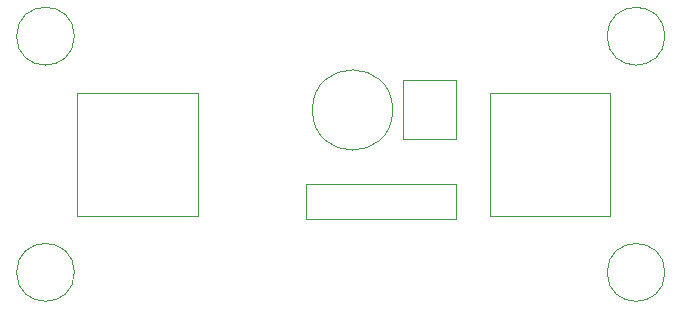
<source format=gbr>
G04 #@! TF.FileFunction,Other,User*
%FSLAX46Y46*%
G04 Gerber Fmt 4.6, Leading zero omitted, Abs format (unit mm)*
G04 Created by KiCad (PCBNEW 4.0.1-stable) date 26/09/2016 11:32:39 a. m.*
%MOMM*%
G01*
G04 APERTURE LIST*
%ADD10C,0.100000*%
%ADD11C,0.050000*%
G04 APERTURE END LIST*
D10*
D11*
X172450000Y-95000000D02*
G75*
G03X172450000Y-95000000I-2450000J0D01*
G01*
X172450000Y-115000000D02*
G75*
G03X172450000Y-115000000I-2450000J0D01*
G01*
X122450000Y-115000000D02*
G75*
G03X122450000Y-115000000I-2450000J0D01*
G01*
X149400000Y-101250000D02*
G75*
G03X149400000Y-101250000I-3400000J0D01*
G01*
X154800000Y-103740000D02*
X154800000Y-98740000D01*
X154800000Y-98740000D02*
X150300000Y-98740000D01*
X150300000Y-98740000D02*
X150300000Y-103740000D01*
X150300000Y-103740000D02*
X154800000Y-103740000D01*
X132900000Y-99800000D02*
X132900000Y-110200000D01*
X122700000Y-99800000D02*
X132900000Y-99800000D01*
X122700000Y-110200000D02*
X122700000Y-99800000D01*
X132900000Y-110200000D02*
X122700000Y-110200000D01*
X157600000Y-110200000D02*
X157600000Y-99800000D01*
X167800000Y-110200000D02*
X157600000Y-110200000D01*
X167800000Y-99800000D02*
X167800000Y-110200000D01*
X157600000Y-99800000D02*
X167800000Y-99800000D01*
X154750000Y-110500000D02*
X142100000Y-110500000D01*
X154750000Y-107500000D02*
X154750000Y-110500000D01*
X142100000Y-110500000D02*
X142100000Y-107500000D01*
X154750000Y-107500000D02*
X142100000Y-107500000D01*
X122450000Y-95000000D02*
G75*
G03X122450000Y-95000000I-2450000J0D01*
G01*
M02*

</source>
